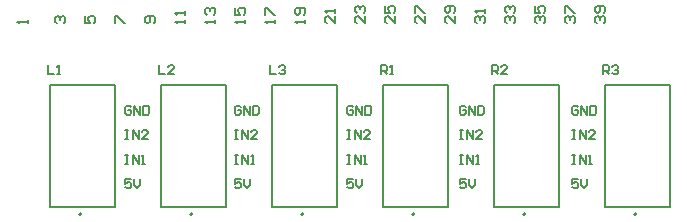
<source format=gto>
G04*
G04 #@! TF.GenerationSoftware,Altium Limited,Altium Designer,24.7.2 (38)*
G04*
G04 Layer_Color=65535*
%FSLAX25Y25*%
%MOIN*%
G70*
G04*
G04 #@! TF.SameCoordinates,F96F46E9-85AD-4114-9B5A-613433178D46*
G04*
G04*
G04 #@! TF.FilePolarity,Positive*
G04*
G01*
G75*
%ADD10C,0.00787*%
%ADD11C,0.00500*%
%ADD12C,0.00600*%
D10*
X263394Y190354D02*
G03*
X263394Y190354I-394J0D01*
G01*
X300394D02*
G03*
X300394Y190354I-394J0D01*
G01*
X226394D02*
G03*
X226394Y190354I-394J0D01*
G01*
X189394D02*
G03*
X189394Y190354I-394J0D01*
G01*
X152394D02*
G03*
X152394Y190354I-394J0D01*
G01*
X115394D02*
G03*
X115394Y190354I-394J0D01*
G01*
D11*
X252961Y192913D02*
X274614D01*
X252961Y233465D02*
X274614D01*
X252961Y192913D02*
Y233465D01*
X274614Y192913D02*
Y233465D01*
X289961Y192913D02*
X311614D01*
X289961Y233465D02*
X311614D01*
X289961Y192913D02*
Y233465D01*
X311614Y192913D02*
Y233465D01*
X215961Y192913D02*
X237614D01*
X215961Y233465D02*
X237614D01*
X215961Y192913D02*
Y233465D01*
X237614Y192913D02*
Y233465D01*
X178961Y192913D02*
X200614D01*
X178961Y233465D02*
X200614D01*
X178961Y192913D02*
Y233465D01*
X200614Y192913D02*
Y233465D01*
X141961Y192913D02*
X163614D01*
X141961Y233465D02*
X163614D01*
X141961Y192913D02*
Y233465D01*
X163614Y192913D02*
Y233465D01*
X104961Y192913D02*
X126614D01*
X104961Y233465D02*
X126614D01*
X104961Y192913D02*
Y233465D01*
X126614Y192913D02*
Y233465D01*
X131999Y201999D02*
X130000D01*
Y200500D01*
X131000Y200999D01*
X131500D01*
X131999Y200500D01*
Y199500D01*
X131500Y199000D01*
X130500D01*
X130000Y199500D01*
X132999Y201999D02*
Y200000D01*
X133999Y199000D01*
X134998Y200000D01*
Y201999D01*
X130000Y210166D02*
X131000D01*
X130500D01*
Y207167D01*
X130000D01*
X131000D01*
X132499D02*
Y210166D01*
X134499Y207167D01*
Y210166D01*
X135498Y207167D02*
X136498D01*
X135998D01*
Y210166D01*
X135498Y209666D01*
X130000Y218332D02*
X131000D01*
X130500D01*
Y215333D01*
X130000D01*
X131000D01*
X132499D02*
Y218332D01*
X134499Y215333D01*
Y218332D01*
X137498Y215333D02*
X135498D01*
X137498Y217333D01*
Y217832D01*
X136998Y218332D01*
X135998D01*
X135498Y217832D01*
X131999Y225999D02*
X131500Y226499D01*
X130500D01*
X130000Y225999D01*
Y224000D01*
X130500Y223500D01*
X131500D01*
X131999Y224000D01*
Y224999D01*
X131000D01*
X132999Y223500D02*
Y226499D01*
X134998Y223500D01*
Y226499D01*
X135998D02*
Y223500D01*
X137498D01*
X137997Y224000D01*
Y225999D01*
X137498Y226499D01*
X135998D01*
X252400Y237000D02*
Y239999D01*
X253900D01*
X254399Y239499D01*
Y238499D01*
X253900Y238000D01*
X252400D01*
X253400D02*
X254399Y237000D01*
X257398D02*
X255399D01*
X257398Y238999D01*
Y239499D01*
X256898Y239999D01*
X255899D01*
X255399Y239499D01*
X289400Y237000D02*
Y239999D01*
X290899D01*
X291399Y239499D01*
Y238499D01*
X290899Y238000D01*
X289400D01*
X290400D02*
X291399Y237000D01*
X292399Y239499D02*
X292899Y239999D01*
X293899D01*
X294398Y239499D01*
Y238999D01*
X293899Y238499D01*
X293399D01*
X293899D01*
X294398Y238000D01*
Y237500D01*
X293899Y237000D01*
X292899D01*
X292399Y237500D01*
X215400Y237000D02*
Y239999D01*
X216899D01*
X217399Y239499D01*
Y238499D01*
X216899Y238000D01*
X215400D01*
X216400D02*
X217399Y237000D01*
X218399D02*
X219399D01*
X218899D01*
Y239999D01*
X218399Y239499D01*
X178400Y239999D02*
Y237000D01*
X180399D01*
X181399Y239499D02*
X181899Y239999D01*
X182899D01*
X183398Y239499D01*
Y238999D01*
X182899Y238499D01*
X182399D01*
X182899D01*
X183398Y238000D01*
Y237500D01*
X182899Y237000D01*
X181899D01*
X181399Y237500D01*
X141400Y239999D02*
Y237000D01*
X143399D01*
X146398D02*
X144399D01*
X146398Y238999D01*
Y239499D01*
X145899Y239999D01*
X144899D01*
X144399Y239499D01*
X104400Y239999D02*
Y237000D01*
X106399D01*
X107399D02*
X108399D01*
X107899D01*
Y239999D01*
X107399Y239499D01*
X166500Y218332D02*
X167500D01*
X167000D01*
Y215333D01*
X166500D01*
X167500D01*
X168999D02*
Y218332D01*
X170999Y215333D01*
Y218332D01*
X173998Y215333D02*
X171998D01*
X173998Y217333D01*
Y217832D01*
X173498Y218332D01*
X172498D01*
X171998Y217832D01*
X168499Y201999D02*
X166500D01*
Y200500D01*
X167500Y200999D01*
X167999D01*
X168499Y200500D01*
Y199500D01*
X167999Y199000D01*
X167000D01*
X166500Y199500D01*
X169499Y201999D02*
Y200000D01*
X170499Y199000D01*
X171498Y200000D01*
Y201999D01*
X166500Y210166D02*
X167500D01*
X167000D01*
Y207167D01*
X166500D01*
X167500D01*
X168999D02*
Y210166D01*
X170999Y207167D01*
Y210166D01*
X171998Y207167D02*
X172998D01*
X172498D01*
Y210166D01*
X171998Y209666D01*
X168499Y225999D02*
X167999Y226499D01*
X167000D01*
X166500Y225999D01*
Y224000D01*
X167000Y223500D01*
X167999D01*
X168499Y224000D01*
Y224999D01*
X167500D01*
X169499Y223500D02*
Y226499D01*
X171498Y223500D01*
Y226499D01*
X172498D02*
Y223500D01*
X173998D01*
X174497Y224000D01*
Y225999D01*
X173998Y226499D01*
X172498D01*
X204000Y210166D02*
X205000D01*
X204500D01*
Y207167D01*
X204000D01*
X205000D01*
X206499D02*
Y210166D01*
X208499Y207167D01*
Y210166D01*
X209498Y207167D02*
X210498D01*
X209998D01*
Y210166D01*
X209498Y209666D01*
X204000Y218332D02*
X205000D01*
X204500D01*
Y215333D01*
X204000D01*
X205000D01*
X206499D02*
Y218332D01*
X208499Y215333D01*
Y218332D01*
X211498Y215333D02*
X209498D01*
X211498Y217333D01*
Y217832D01*
X210998Y218332D01*
X209998D01*
X209498Y217832D01*
X205999Y201999D02*
X204000D01*
Y200500D01*
X205000Y200999D01*
X205500D01*
X205999Y200500D01*
Y199500D01*
X205500Y199000D01*
X204500D01*
X204000Y199500D01*
X206999Y201999D02*
Y200000D01*
X207999Y199000D01*
X208998Y200000D01*
Y201999D01*
X205999Y225999D02*
X205500Y226499D01*
X204500D01*
X204000Y225999D01*
Y224000D01*
X204500Y223500D01*
X205500D01*
X205999Y224000D01*
Y224999D01*
X205000D01*
X206999Y223500D02*
Y226499D01*
X208998Y223500D01*
Y226499D01*
X209998D02*
Y223500D01*
X211498D01*
X211997Y224000D01*
Y225999D01*
X211498Y226499D01*
X209998D01*
X279000Y210166D02*
X280000D01*
X279500D01*
Y207167D01*
X279000D01*
X280000D01*
X281499D02*
Y210166D01*
X283499Y207167D01*
Y210166D01*
X284498Y207167D02*
X285498D01*
X284998D01*
Y210166D01*
X284498Y209666D01*
X280999Y225999D02*
X280500Y226499D01*
X279500D01*
X279000Y225999D01*
Y224000D01*
X279500Y223500D01*
X280500D01*
X280999Y224000D01*
Y224999D01*
X280000D01*
X281999Y223500D02*
Y226499D01*
X283998Y223500D01*
Y226499D01*
X284998D02*
Y223500D01*
X286498D01*
X286997Y224000D01*
Y225999D01*
X286498Y226499D01*
X284998D01*
X279000Y218332D02*
X280000D01*
X279500D01*
Y215333D01*
X279000D01*
X280000D01*
X281499D02*
Y218332D01*
X283499Y215333D01*
Y218332D01*
X286498Y215333D02*
X284498D01*
X286498Y217333D01*
Y217832D01*
X285998Y218332D01*
X284998D01*
X284498Y217832D01*
X280999Y201999D02*
X279000D01*
Y200500D01*
X280000Y200999D01*
X280500D01*
X280999Y200500D01*
Y199500D01*
X280500Y199000D01*
X279500D01*
X279000Y199500D01*
X281999Y201999D02*
Y200000D01*
X282999Y199000D01*
X283998Y200000D01*
Y201999D01*
X241500Y210166D02*
X242500D01*
X242000D01*
Y207167D01*
X241500D01*
X242500D01*
X243999D02*
Y210166D01*
X245999Y207167D01*
Y210166D01*
X246998Y207167D02*
X247998D01*
X247498D01*
Y210166D01*
X246998Y209666D01*
X241500Y218332D02*
X242500D01*
X242000D01*
Y215333D01*
X241500D01*
X242500D01*
X243999D02*
Y218332D01*
X245999Y215333D01*
Y218332D01*
X248998Y215333D02*
X246998D01*
X248998Y217333D01*
Y217832D01*
X248498Y218332D01*
X247498D01*
X246998Y217832D01*
X243499Y225999D02*
X243000Y226499D01*
X242000D01*
X241500Y225999D01*
Y224000D01*
X242000Y223500D01*
X243000D01*
X243499Y224000D01*
Y224999D01*
X242500D01*
X244499Y223500D02*
Y226499D01*
X246498Y223500D01*
Y226499D01*
X247498D02*
Y223500D01*
X248998D01*
X249497Y224000D01*
Y225999D01*
X248998Y226499D01*
X247498D01*
X243499Y201999D02*
X241500D01*
Y200500D01*
X242500Y200999D01*
X243000D01*
X243499Y200500D01*
Y199500D01*
X243000Y199000D01*
X242000D01*
X241500Y199500D01*
X244499Y201999D02*
Y200000D01*
X245499Y199000D01*
X246498Y200000D01*
Y201999D01*
D12*
X97500Y254016D02*
Y255182D01*
Y254599D01*
X94001D01*
X94584Y254016D01*
X107084D02*
X106501Y254599D01*
Y255765D01*
X107084Y256348D01*
X107667D01*
X108251Y255765D01*
Y255182D01*
Y255765D01*
X108834Y256348D01*
X109417D01*
X110000Y255765D01*
Y254599D01*
X109417Y254016D01*
X116501Y256348D02*
Y254016D01*
X118251D01*
X117667Y255182D01*
Y255765D01*
X118251Y256348D01*
X119417D01*
X120000Y255765D01*
Y254599D01*
X119417Y254016D01*
X126501D02*
Y256348D01*
X127084D01*
X129417Y254016D01*
X130000D01*
X139417D02*
X140000Y254599D01*
Y255765D01*
X139417Y256348D01*
X137084D01*
X136501Y255765D01*
Y254599D01*
X137084Y254016D01*
X137667D01*
X138251Y254599D01*
Y256348D01*
X150000Y254016D02*
Y255182D01*
Y254599D01*
X146501D01*
X147084Y254016D01*
X150000Y256931D02*
Y258098D01*
Y257515D01*
X146501D01*
X147084Y256931D01*
X160000Y254016D02*
Y255182D01*
Y254599D01*
X156501D01*
X157084Y254016D01*
Y256931D02*
X156501Y257515D01*
Y258681D01*
X157084Y259264D01*
X157667D01*
X158251Y258681D01*
Y258098D01*
Y258681D01*
X158834Y259264D01*
X159417D01*
X160000Y258681D01*
Y257515D01*
X159417Y256931D01*
X170000Y254016D02*
Y255182D01*
Y254599D01*
X166501D01*
X167084Y254016D01*
X166501Y259264D02*
Y256931D01*
X168251D01*
X167667Y258098D01*
Y258681D01*
X168251Y259264D01*
X169417D01*
X170000Y258681D01*
Y257515D01*
X169417Y256931D01*
X180000Y254016D02*
Y255182D01*
Y254599D01*
X176501D01*
X177084Y254016D01*
X176501Y256931D02*
Y259264D01*
X177084D01*
X179417Y256931D01*
X180000D01*
X190000Y254016D02*
Y255182D01*
Y254599D01*
X186501D01*
X187084Y254016D01*
X189417Y256931D02*
X190000Y257515D01*
Y258681D01*
X189417Y259264D01*
X187084D01*
X186501Y258681D01*
Y257515D01*
X187084Y256931D01*
X187667D01*
X188251Y257515D01*
Y259264D01*
X200000Y256348D02*
Y254016D01*
X197667Y256348D01*
X197084D01*
X196501Y255765D01*
Y254599D01*
X197084Y254016D01*
X200000Y257515D02*
Y258681D01*
Y258098D01*
X196501D01*
X197084Y257515D01*
X210000Y256348D02*
Y254016D01*
X207667Y256348D01*
X207084D01*
X206501Y255765D01*
Y254599D01*
X207084Y254016D01*
Y257515D02*
X206501Y258098D01*
Y259264D01*
X207084Y259847D01*
X207667D01*
X208251Y259264D01*
Y258681D01*
Y259264D01*
X208834Y259847D01*
X209417D01*
X210000Y259264D01*
Y258098D01*
X209417Y257515D01*
X220000Y256348D02*
Y254016D01*
X217667Y256348D01*
X217084D01*
X216501Y255765D01*
Y254599D01*
X217084Y254016D01*
X216501Y259847D02*
Y257515D01*
X218251D01*
X217667Y258681D01*
Y259264D01*
X218251Y259847D01*
X219417D01*
X220000Y259264D01*
Y258098D01*
X219417Y257515D01*
X230000Y256348D02*
Y254016D01*
X227667Y256348D01*
X227084D01*
X226501Y255765D01*
Y254599D01*
X227084Y254016D01*
X226501Y257515D02*
Y259847D01*
X227084D01*
X229417Y257515D01*
X230000D01*
X240000Y256348D02*
Y254016D01*
X237667Y256348D01*
X237084D01*
X236501Y255765D01*
Y254599D01*
X237084Y254016D01*
X239417Y257515D02*
X240000Y258098D01*
Y259264D01*
X239417Y259847D01*
X237084D01*
X236501Y259264D01*
Y258098D01*
X237084Y257515D01*
X237667D01*
X238251Y258098D01*
Y259847D01*
X247084Y254016D02*
X246501Y254599D01*
Y255765D01*
X247084Y256348D01*
X247667D01*
X248251Y255765D01*
Y255182D01*
Y255765D01*
X248834Y256348D01*
X249417D01*
X250000Y255765D01*
Y254599D01*
X249417Y254016D01*
X250000Y257515D02*
Y258681D01*
Y258098D01*
X246501D01*
X247084Y257515D01*
X257084Y254016D02*
X256501Y254599D01*
Y255765D01*
X257084Y256348D01*
X257667D01*
X258251Y255765D01*
Y255182D01*
Y255765D01*
X258834Y256348D01*
X259417D01*
X260000Y255765D01*
Y254599D01*
X259417Y254016D01*
X257084Y257515D02*
X256501Y258098D01*
Y259264D01*
X257084Y259847D01*
X257667D01*
X258251Y259264D01*
Y258681D01*
Y259264D01*
X258834Y259847D01*
X259417D01*
X260000Y259264D01*
Y258098D01*
X259417Y257515D01*
X267084Y254016D02*
X266501Y254599D01*
Y255765D01*
X267084Y256348D01*
X267667D01*
X268251Y255765D01*
Y255182D01*
Y255765D01*
X268834Y256348D01*
X269417D01*
X270000Y255765D01*
Y254599D01*
X269417Y254016D01*
X266501Y259847D02*
Y257515D01*
X268251D01*
X267667Y258681D01*
Y259264D01*
X268251Y259847D01*
X269417D01*
X270000Y259264D01*
Y258098D01*
X269417Y257515D01*
X277084Y254016D02*
X276501Y254599D01*
Y255765D01*
X277084Y256348D01*
X277667D01*
X278251Y255765D01*
Y255182D01*
Y255765D01*
X278834Y256348D01*
X279417D01*
X280000Y255765D01*
Y254599D01*
X279417Y254016D01*
X276501Y257515D02*
Y259847D01*
X277084D01*
X279417Y257515D01*
X280000D01*
X287084Y254016D02*
X286501Y254599D01*
Y255765D01*
X287084Y256348D01*
X287667D01*
X288251Y255765D01*
Y255182D01*
Y255765D01*
X288834Y256348D01*
X289417D01*
X290000Y255765D01*
Y254599D01*
X289417Y254016D01*
Y257515D02*
X290000Y258098D01*
Y259264D01*
X289417Y259847D01*
X287084D01*
X286501Y259264D01*
Y258098D01*
X287084Y257515D01*
X287667D01*
X288251Y258098D01*
Y259847D01*
M02*

</source>
